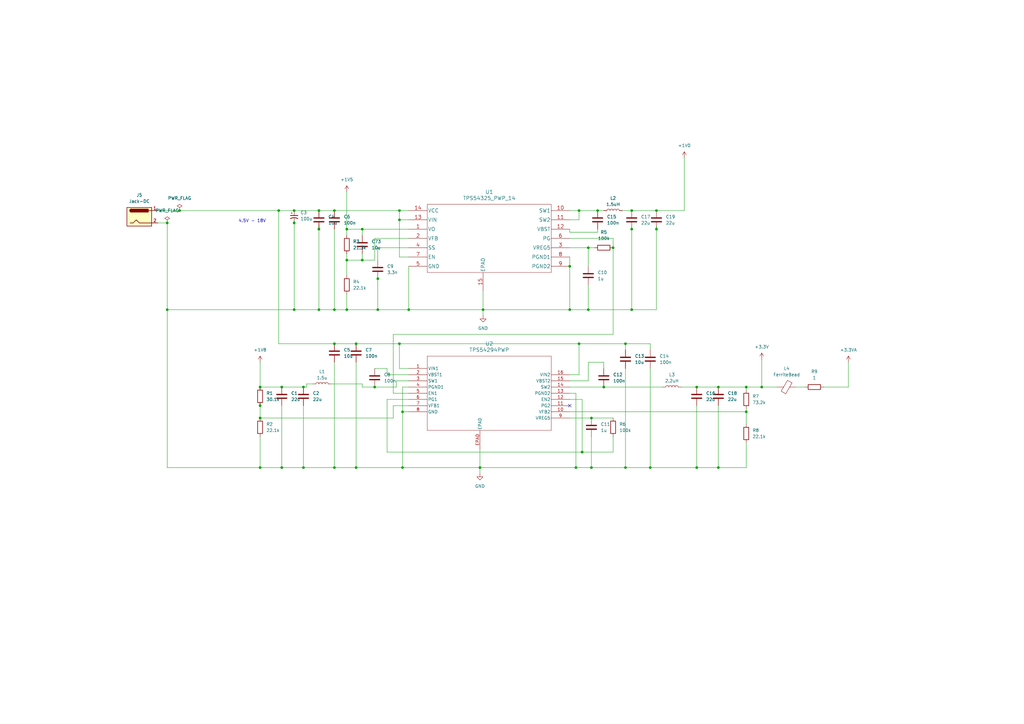
<source format=kicad_sch>
(kicad_sch (version 20230121) (generator eeschema)
  (paper "A3")
  (title_block (title "Power Supply"))
  (lib_symbols
    (symbol "2023-09-07_08-59-18:TPS54325_PWP_14" (pin_names (offset 0.254))
      (property "Reference" "U1" (at 33.02 10.16 0))
      (property "Value" "TPS54325_PWP_14" (at 33.02 7.62 0))
      (symbol "TPS54325_PWP_14_1_1"
        (polyline (pts (xy 7.62 -22.86) (xy 58.42 -22.86)) (stroke (width 0.127)))
        (polyline (pts (xy 7.62 5.08) (xy 7.62 -22.86)) (stroke (width 0.127)))
        (polyline (pts (xy 58.42 -22.86) (xy 58.42 5.08)) (stroke (width 0.127)))
        (polyline (pts (xy 58.42 5.08) (xy 7.62 5.08)) (stroke (width 0.127)))
        (pin output line (at 0 -5.08 0) (length 7.62) (name "VO") (number "1"))
        (pin unspecified line (at 66.04 2.54 180) (length 7.62) (name "SW1") (number "10"))
        (pin unspecified line (at 66.04 -1.27 180) (length 7.62) (name "SW2") (number "11"))
        (pin input line (at 66.04 -5.08 180) (length 7.62) (name "VBST") (number "12"))
        (pin input line (at 0 -1.27 0) (length 7.62) (name "VIN") (number "13"))
        (pin input line (at 0 2.54 0) (length 7.62) (name "VCC") (number "14"))
        (pin unspecified line (at 30.48 -30.48 90) (length 7.62) (name "EPAD") (number "15"))
        (pin input line (at 0 -8.89 0) (length 7.62) (name "VFB") (number "2"))
        (pin output line (at 66.04 -12.7 180) (length 7.62) (name "VREG5") (number "3"))
        (pin unspecified line (at 0 -12.7 0) (length 7.62) (name "SS") (number "4"))
        (pin power_in line (at 0 -20.32 0) (length 7.62) (name "GND") (number "5"))
        (pin output line (at 66.04 -8.89 180) (length 7.62) (name "PG") (number "6"))
        (pin input line (at 0 -16.51 0) (length 7.62) (name "EN") (number "7"))
        (pin power_in line (at 66.04 -16.51 180) (length 7.62) (name "PGND1") (number "8"))
        (pin power_in line (at 66.04 -20.32 180) (length 7.62) (name "PGND2") (number "9"))
      )
    )
    (symbol "2023-09-07_09-21-35:TPS54294PWP" (pin_names (offset 0.254))
      (property "Reference" "U2" (at 33.02 10.16 0))
      (property "Value" "TPS54294PWP" (at 33.02 7.62 0))
      (symbol "TPS54294PWP_0_1"
        (polyline (pts (xy 7.62 -25.4) (xy 58.42 -25.4)) (stroke (width 0.127)))
        (polyline (pts (xy 7.62 5.08) (xy 7.62 -25.4)) (stroke (width 0.127)))
        (polyline (pts (xy 58.42 -25.4) (xy 58.42 5.08)) (stroke (width 0.127)))
        (polyline (pts (xy 58.42 5.08) (xy 7.62 5.08)) (stroke (width 0.127)))
        (pin input line (at 0 0 0) (length 7.62) (name "VIN1") (number "1"))
        (pin input line (at 66.04 -17.78 180) (length 7.62) (name "VFB2") (number "10"))
        (pin output line (at 66.04 -15.24 180) (length 7.62) (name "PG2") (number "11"))
        (pin input line (at 66.04 -12.7 180) (length 7.62) (name "EN2") (number "12"))
        (pin bidirectional line (at 66.04 -10.16 180) (length 7.62) (name "PGND2") (number "13"))
        (pin bidirectional line (at 66.04 -7.62 180) (length 7.62) (name "SW2") (number "14"))
        (pin input line (at 66.04 -5.08 180) (length 7.62) (name "VBST2") (number "15"))
        (pin input line (at 66.04 -2.54 180) (length 7.62) (name "VIN2") (number "16"))
        (pin input line (at 0 -2.54 0) (length 7.62) (name "VBST1") (number "2"))
        (pin bidirectional line (at 0 -5.08 0) (length 7.62) (name "SW1") (number "3"))
        (pin bidirectional line (at 0 -7.62 0) (length 7.62) (name "PGND1") (number "4"))
        (pin input line (at 0 -10.16 0) (length 7.62) (name "EN1") (number "5"))
        (pin output line (at 0 -12.7 0) (length 7.62) (name "PG1") (number "6"))
        (pin input line (at 0 -15.24 0) (length 7.62) (name "VFB1") (number "7"))
        (pin bidirectional line (at 0 -17.78 0) (length 7.62) (name "GND") (number "8"))
        (pin output line (at 66.04 -20.32 180) (length 7.62) (name "VREG5") (number "9"))
        (pin unspecified line (at 29.21 -33.02 90) (length 7.62) (name "EPAD") (number "EPAD"))
      )
    )
    (symbol "Connector:Jack-DC" (pin_names (offset 1.016))
      (property "Reference" "J" (at 0 5.334 0))
      (property "Value" "Jack-DC" (at 0 -5.08 0))
      (symbol "Jack-DC_0_1"
        (rectangle (start -5.08 3.81) (end 5.08 -3.81) (stroke (width 0.254)) (fill (type background)))
        (arc (start -3.302 3.175) (mid -3.9343 2.54) (end -3.302 1.905) (stroke (width 0.254)))
        (arc (start -3.302 3.175) (mid -3.9343 2.54) (end -3.302 1.905) (stroke (width 0.254)) (fill (type outline)))
        (polyline (pts (xy 5.08 2.54) (xy 3.81 2.54)) (stroke (width 0.254)))
        (polyline (pts (xy -3.81 -2.54) (xy -2.54 -2.54) (xy -1.27 -1.27) (xy 0 -2.54) (xy 2.54 -2.54) (xy 5.08 -2.54)) (stroke (width 0.254)))
        (rectangle (start 3.683 3.175) (end -3.302 1.905) (stroke (width 0.254)) (fill (type outline)))
      )
      (symbol "Jack-DC_1_1"
        (pin passive line (at 7.62 2.54 180) (length 2.54) (name "~") (number "1"))
        (pin passive line (at 7.62 -2.54 180) (length 2.54) (name "~") (number "2"))
      )
    )
    (symbol "Device:C" (pin_numbers hide) (pin_names (offset 0.254))
      (property "Reference" "C" (at 0.635 2.54 0))
      (property "Value" "C" (at 0.635 -2.54 0))
      (symbol "C_0_1"
        (polyline (pts (xy -2.032 -0.762) (xy 2.032 -0.762)) (stroke (width 0.508)))
        (polyline (pts (xy -2.032 0.762) (xy 2.032 0.762)) (stroke (width 0.508)))
      )
      (symbol "C_1_1"
        (pin passive line (at 0 3.81 270) (length 2.794) (name "~") (number "1"))
        (pin passive line (at 0 -3.81 90) (length 2.794) (name "~") (number "2"))
      )
    )
    (symbol "Device:C_Polarized_Small_US" (pin_numbers hide) (pin_names (offset 0.254) hide)
      (property "Reference" "C" (at 0.254 1.778 0))
      (property "Value" "C_Polarized_Small_US" (at 0.254 -2.032 0))
      (symbol "C_Polarized_Small_US_0_1"
        (polyline (pts (xy -1.524 0.508) (xy 1.524 0.508)) (stroke (width 0.3048)))
        (polyline (pts (xy -1.27 1.524) (xy -0.762 1.524)))
        (polyline (pts (xy -1.016 1.27) (xy -1.016 1.778)))
        (arc (start 1.524 -0.762) (mid 0 -0.3734) (end -1.524 -0.762) (stroke (width 0.3048)))
      )
      (symbol "C_Polarized_Small_US_1_1"
        (pin passive line (at 0 2.54 270) (length 2.032) (name "~") (number "1"))
        (pin passive line (at 0 -2.54 90) (length 2.032) (name "~") (number "2"))
      )
    )
    (symbol "Device:FerriteBead" (pin_numbers hide) (pin_names (offset 0))
      (property "Reference" "FB" (at -3.81 0.635 90))
      (property "Value" "FerriteBead" (at 3.81 0 90))
      (symbol "FerriteBead_0_1"
        (polyline (pts (xy 0 -1.27) (xy 0 -1.2192)))
        (polyline (pts (xy 0 1.27) (xy 0 1.2954)))
        (polyline (pts (xy -2.7686 0.4064) (xy -1.7018 2.2606) (xy 2.7686 -0.3048) (xy 1.6764 -2.159) (xy -2.7686 0.4064)))
      )
      (symbol "FerriteBead_1_1"
        (pin passive line (at 0 3.81 270) (length 2.54) (name "~") (number "1"))
        (pin passive line (at 0 -3.81 90) (length 2.54) (name "~") (number "2"))
      )
    )
    (symbol "Device:L" (pin_numbers hide) (pin_names (offset 1.016) hide)
      (property "Reference" "L" (at -1.27 0 90))
      (property "Value" "L" (at 1.905 0 90))
      (symbol "L_0_1"
        (arc (start 0 -2.54) (mid 0.6323 -1.905) (end 0 -1.27))
        (arc (start 0 -1.27) (mid 0.6323 -0.635) (end 0 0))
        (arc (start 0 0) (mid 0.6323 0.635) (end 0 1.27))
        (arc (start 0 1.27) (mid 0.6323 1.905) (end 0 2.54))
      )
      (symbol "L_1_1"
        (pin passive line (at 0 3.81 270) (length 1.27) (name "1") (number "1"))
        (pin passive line (at 0 -3.81 90) (length 1.27) (name "2") (number "2"))
      )
    )
    (symbol "Device:R" (pin_numbers hide) (pin_names (offset 0))
      (property "Reference" "R" (at 2.032 0 90))
      (property "Value" "R" (at 0 0 90))
      (symbol "R_0_1"
        (rectangle (start -1.016 -2.54) (end 1.016 2.54) (stroke (width 0.254)))
      )
      (symbol "R_1_1"
        (pin passive line (at 0 3.81 270) (length 1.27) (name "~") (number "1"))
        (pin passive line (at 0 -3.81 90) (length 1.27) (name "~") (number "2"))
      )
    )
    (symbol "power:+1V0" (power) (pin_names (offset 0))
      (property "Value" "+1V0" (at 0 3.556 0))
      (symbol "+1V0_0_1"
        (polyline (pts (xy -0.762 1.27) (xy 0 2.54)))
        (polyline (pts (xy 0 0) (xy 0 2.54)))
        (polyline (pts (xy 0 2.54) (xy 0.762 1.27)))
      )
      (symbol "+1V0_1_1"
        (pin power_in line (at 0 0 90) (length 0) hide (name "+1V0") (number "1"))
      )
    )
    (symbol "power:+1V5" (power) (pin_names (offset 0))
      (property "Value" "+1V5" (at 0 3.556 0))
      (symbol "+1V5_0_1"
        (polyline (pts (xy -0.762 1.27) (xy 0 2.54)))
        (polyline (pts (xy 0 0) (xy 0 2.54)))
        (polyline (pts (xy 0 2.54) (xy 0.762 1.27)))
      )
      (symbol "+1V5_1_1"
        (pin power_in line (at 0 0 90) (length 0) hide (name "+1V5") (number "1"))
      )
    )
    (symbol "power:+1V8" (power) (pin_names (offset 0))
      (property "Value" "+1V8" (at 0 3.556 0))
      (symbol "+1V8_0_1"
        (polyline (pts (xy -0.762 1.27) (xy 0 2.54)))
        (polyline (pts (xy 0 0) (xy 0 2.54)))
        (polyline (pts (xy 0 2.54) (xy 0.762 1.27)))
      )
      (symbol "+1V8_1_1"
        (pin power_in line (at 0 0 90) (length 0) hide (name "+1V8") (number "1"))
      )
    )
    (symbol "power:+3.3V" (power) (pin_names (offset 0))
      (property "Value" "+3.3V" (at 0 3.556 0))
      (symbol "+3.3V_0_1"
        (polyline (pts (xy -0.762 1.27) (xy 0 2.54)))
        (polyline (pts (xy 0 0) (xy 0 2.54)))
        (polyline (pts (xy 0 2.54) (xy 0.762 1.27)))
      )
      (symbol "+3.3V_1_1"
        (pin power_in line (at 0 0 90) (length 0) hide (name "+3.3V") (number "1"))
      )
    )
    (symbol "power:+3.3VA" (power) (pin_names (offset 0))
      (property "Value" "+3.3VA" (at 0 3.556 0))
      (symbol "+3.3VA_0_1"
        (polyline (pts (xy -0.762 1.27) (xy 0 2.54)))
        (polyline (pts (xy 0 0) (xy 0 2.54)))
        (polyline (pts (xy 0 2.54) (xy 0.762 1.27)))
      )
      (symbol "+3.3VA_1_1"
        (pin power_in line (at 0 0 90) (length 0) hide (name "+3.3VA") (number "1"))
      )
    )
    (symbol "power:GND" (power) (pin_names (offset 0))
      (property "Value" "GND" (at 0 -3.81 0))
      (symbol "GND_0_1"
        (polyline (pts (xy 0 0) (xy 0 -1.27) (xy 1.27 -1.27) (xy 0 -2.54) (xy -1.27 -1.27) (xy 0 -1.27)))
      )
      (symbol "GND_1_1"
        (pin power_in line (at 0 0 270) (length 0) hide (name "GND") (number "1"))
      )
    )
    (symbol "power:PWR_FLAG" (power) (pin_numbers hide) (pin_names (offset 0) hide)
      (property "Value" "PWR_FLAG" (at 0 3.81 0))
      (symbol "PWR_FLAG_0_0"
        (pin power_out line (at 0 0 90) (length 0) (name "pwr") (number "1"))
      )
      (symbol "PWR_FLAG_0_1"
        (polyline (pts (xy 0 0) (xy 0 1.27) (xy -1.016 1.905) (xy 0 2.54) (xy 1.016 1.905) (xy 0 1.27)))
      )
    )
  )
  (junction (at 146.05 140.97))
  (junction (at 120.65 127))
  (junction (at 130.81 93.98))
  (junction (at 233.68 127))
  (junction (at 251.46 101.6))
  (junction (at 165.1 168.91))
  (junction (at 256.54 191.77))
  (junction (at 154.94 114.3))
  (junction (at 165.1 191.77))
  (junction (at 285.75 158.75))
  (junction (at 233.68 109.22))
  (junction (at 106.68 158.75))
  (junction (at 242.57 191.77))
  (junction (at 137.16 140.97))
  (junction (at 124.46 158.75))
  (junction (at 106.68 171.45))
  (junction (at 294.64 191.77))
  (junction (at 106.68 191.77))
  (junction (at 106.68 166.37))
  (junction (at 259.08 86.36))
  (junction (at 148.59 93.98))
  (junction (at 148.59 106.68))
  (junction (at 256.54 140.97))
  (junction (at 259.08 127))
  (junction (at 137.16 127))
  (junction (at 153.67 158.75))
  (junction (at 68.58 127))
  (junction (at 115.57 191.77))
  (junction (at 124.46 191.77))
  (junction (at 73.66 86.36))
  (junction (at 242.57 171.45))
  (junction (at 163.83 86.36))
  (junction (at 269.24 93.98))
  (junction (at 269.24 86.36))
  (junction (at 237.49 86.36))
  (junction (at 167.64 127))
  (junction (at 142.24 93.98))
  (junction (at 137.16 191.77))
  (junction (at 142.24 127))
  (junction (at 241.3 101.6))
  (junction (at 237.49 140.97))
  (junction (at 247.65 158.75))
  (junction (at 130.81 86.36))
  (junction (at 154.94 127))
  (junction (at 163.83 140.97))
  (junction (at 294.64 158.75))
  (junction (at 306.07 168.91))
  (junction (at 120.65 86.36))
  (junction (at 142.24 106.68))
  (junction (at 306.07 158.75))
  (junction (at 236.22 191.77))
  (junction (at 115.57 158.75))
  (junction (at 196.85 191.77))
  (junction (at 137.16 86.36))
  (junction (at 241.3 127))
  (junction (at 114.3 86.36))
  (junction (at 312.42 158.75))
  (junction (at 146.05 191.77))
  (junction (at 266.7 191.77))
  (junction (at 120.65 91.44))
  (junction (at 285.75 191.77))
  (junction (at 163.83 90.17))
  (junction (at 245.11 86.36))
  (junction (at 259.08 93.98))
  (junction (at 238.76 185.42))
  (junction (at 130.81 127))
  (junction (at 68.58 91.44))
  (junction (at 198.12 127))
  (no_connect (at 233.68 166.37))
  (wire (pts (xy 137.16 93.98) (xy 137.16 127)))
  (wire (pts (xy 161.29 161.29) (xy 167.64 161.29)))
  (wire (pts (xy 120.65 91.44) (xy 120.65 127)))
  (wire (pts (xy 146.05 191.77) (xy 165.1 191.77)))
  (wire (pts (xy 241.3 101.6) (xy 243.84 101.6)))
  (wire (pts (xy 294.64 191.77) (xy 306.07 191.77)))
  (wire (pts (xy 241.3 116.84) (xy 241.3 127)))
  (wire (pts (xy 241.3 156.21) (xy 241.3 148.59)))
  (wire (pts (xy 167.64 163.83) (xy 158.75 163.83)))
  (wire (pts (xy 269.24 93.98) (xy 269.24 127)))
  (wire (pts (xy 238.76 185.42) (xy 238.76 163.83)))
  (wire (pts (xy 106.68 148.59) (xy 106.68 158.75)))
  (wire (pts (xy 312.42 147.32) (xy 312.42 158.75)))
  (wire (pts (xy 167.64 151.13) (xy 163.83 151.13)))
  (wire (pts (xy 158.75 153.67) (xy 167.64 153.67)))
  (wire (pts (xy 241.3 101.6) (xy 241.3 109.22)))
  (wire (pts (xy 154.94 113.03) (xy 154.94 114.3)))
  (wire (pts (xy 233.68 163.83) (xy 238.76 163.83)))
  (wire (pts (xy 130.81 86.36) (xy 137.16 86.36)))
  (wire (pts (xy 163.83 140.97) (xy 237.49 140.97)))
  (wire (pts (xy 312.42 158.75) (xy 318.77 158.75)))
  (wire (pts (xy 280.67 64.77) (xy 280.67 86.36)))
  (wire (pts (xy 64.77 86.36) (xy 73.66 86.36)))
  (wire (pts (xy 154.94 101.6) (xy 154.94 106.68)))
  (wire (pts (xy 306.07 158.75) (xy 306.07 160.02)))
  (wire (pts (xy 237.49 86.36) (xy 245.11 86.36)))
  (wire (pts (xy 120.65 86.36) (xy 130.81 86.36)))
  (wire (pts (xy 256.54 191.77) (xy 242.57 191.77)))
  (wire (pts (xy 196.85 194.31) (xy 196.85 191.77)))
  (wire (pts (xy 167.64 158.75) (xy 165.1 158.75)))
  (wire (pts (xy 106.68 171.45) (xy 161.29 171.45)))
  (wire (pts (xy 68.58 127) (xy 120.65 127)))
  (wire (pts (xy 259.08 127) (xy 269.24 127)))
  (wire (pts (xy 73.66 86.36) (xy 114.3 86.36)))
  (wire (pts (xy 167.64 109.22) (xy 167.64 127)))
  (wire (pts (xy 163.83 90.17) (xy 163.83 105.41)))
  (wire (pts (xy 233.68 161.29) (xy 236.22 161.29)))
  (wire (pts (xy 269.24 86.36) (xy 259.08 86.36)))
  (wire (pts (xy 237.49 140.97) (xy 237.49 153.67)))
  (wire (pts (xy 125.73 157.48) (xy 125.73 158.75)))
  (wire (pts (xy 233.68 153.67) (xy 237.49 153.67)))
  (wire (pts (xy 266.7 191.77) (xy 285.75 191.77)))
  (wire (pts (xy 153.67 158.75) (xy 148.59 158.75)))
  (wire (pts (xy 165.1 168.91) (xy 167.64 168.91)))
  (wire (pts (xy 251.46 97.79) (xy 251.46 101.6)))
  (wire (pts (xy 128.27 157.48) (xy 125.73 157.48)))
  (wire (pts (xy 165.1 191.77) (xy 196.85 191.77)))
  (wire (pts (xy 153.67 97.79) (xy 153.67 106.68)))
  (wire (pts (xy 163.83 86.36) (xy 167.64 86.36)))
  (wire (pts (xy 233.68 93.98) (xy 233.68 95.25)))
  (wire (pts (xy 162.56 156.21) (xy 162.56 158.75)))
  (wire (pts (xy 153.67 151.13) (xy 158.75 151.13)))
  (wire (pts (xy 163.83 140.97) (xy 163.83 151.13)))
  (wire (pts (xy 233.68 156.21) (xy 241.3 156.21)))
  (wire (pts (xy 242.57 179.07) (xy 242.57 191.77)))
  (wire (pts (xy 142.24 127) (xy 154.94 127)))
  (wire (pts (xy 130.81 92.71) (xy 130.81 93.98)))
  (wire (pts (xy 158.75 151.13) (xy 158.75 153.67)))
  (wire (pts (xy 233.68 105.41) (xy 233.68 109.22)))
  (wire (pts (xy 106.68 158.75) (xy 115.57 158.75)))
  (wire (pts (xy 64.77 91.44) (xy 68.58 91.44)))
  (wire (pts (xy 337.82 158.75) (xy 347.98 158.75)))
  (wire (pts (xy 233.68 171.45) (xy 242.57 171.45)))
  (wire (pts (xy 146.05 148.59) (xy 146.05 191.77)))
  (wire (pts (xy 266.7 140.97) (xy 266.7 143.51)))
  (wire (pts (xy 124.46 166.37) (xy 124.46 191.77)))
  (wire (pts (xy 233.68 97.79) (xy 251.46 97.79)))
  (wire (pts (xy 294.64 166.37) (xy 294.64 191.77)))
  (wire (pts (xy 326.39 158.75) (xy 330.2 158.75)))
  (wire (pts (xy 148.59 106.68) (xy 153.67 106.68)))
  (wire (pts (xy 114.3 140.97) (xy 137.16 140.97)))
  (wire (pts (xy 256.54 151.13) (xy 256.54 191.77)))
  (wire (pts (xy 115.57 191.77) (xy 124.46 191.77)))
  (wire (pts (xy 259.08 92.71) (xy 259.08 93.98)))
  (wire (pts (xy 124.46 191.77) (xy 137.16 191.77)))
  (wire (pts (xy 68.58 127) (xy 68.58 191.77)))
  (wire (pts (xy 233.68 168.91) (xy 306.07 168.91)))
  (wire (pts (xy 161.29 137.16) (xy 161.29 161.29)))
  (wire (pts (xy 167.64 101.6) (xy 154.94 101.6)))
  (wire (pts (xy 167.64 156.21) (xy 162.56 156.21)))
  (wire (pts (xy 237.49 140.97) (xy 256.54 140.97)))
  (wire (pts (xy 256.54 140.97) (xy 266.7 140.97)))
  (wire (pts (xy 251.46 179.07) (xy 251.46 185.42)))
  (wire (pts (xy 154.94 114.3) (xy 154.94 127)))
  (wire (pts (xy 269.24 86.36) (xy 280.67 86.36)))
  (wire (pts (xy 137.16 140.97) (xy 146.05 140.97)))
  (wire (pts (xy 285.75 158.75) (xy 294.64 158.75)))
  (wire (pts (xy 106.68 179.07) (xy 106.68 191.77)))
  (wire (pts (xy 167.64 105.41) (xy 163.83 105.41)))
  (wire (pts (xy 251.46 137.16) (xy 161.29 137.16)))
  (wire (pts (xy 279.4 158.75) (xy 285.75 158.75)))
  (wire (pts (xy 255.27 86.36) (xy 259.08 86.36)))
  (wire (pts (xy 115.57 158.75) (xy 124.46 158.75)))
  (wire (pts (xy 142.24 93.98) (xy 148.59 93.98)))
  (wire (pts (xy 238.76 185.42) (xy 251.46 185.42)))
  (wire (pts (xy 148.59 104.14) (xy 148.59 106.68)))
  (wire (pts (xy 148.59 157.48) (xy 135.89 157.48)))
  (wire (pts (xy 68.58 191.77) (xy 106.68 191.77)))
  (wire (pts (xy 306.07 167.64) (xy 306.07 168.91)))
  (wire (pts (xy 167.64 166.37) (xy 161.29 166.37)))
  (wire (pts (xy 137.16 191.77) (xy 146.05 191.77)))
  (wire (pts (xy 237.49 86.36) (xy 237.49 90.17)))
  (wire (pts (xy 163.83 90.17) (xy 163.83 86.36)))
  (wire (pts (xy 247.65 148.59) (xy 247.65 151.13)))
  (wire (pts (xy 347.98 148.59) (xy 347.98 158.75)))
  (wire (pts (xy 294.64 158.75) (xy 306.07 158.75)))
  (wire (pts (xy 158.75 185.42) (xy 238.76 185.42)))
  (wire (pts (xy 256.54 191.77) (xy 266.7 191.77)))
  (wire (pts (xy 106.68 166.37) (xy 106.68 171.45)))
  (wire (pts (xy 106.68 165.1) (xy 106.68 166.37)))
  (wire (pts (xy 241.3 127) (xy 259.08 127)))
  (wire (pts (xy 259.08 93.98) (xy 259.08 127)))
  (wire (pts (xy 120.65 127) (xy 130.81 127)))
  (wire (pts (xy 233.68 109.22) (xy 233.68 127)))
  (wire (pts (xy 233.68 90.17) (xy 237.49 90.17)))
  (wire (pts (xy 130.81 127) (xy 137.16 127)))
  (wire (pts (xy 237.49 86.36) (xy 233.68 86.36)))
  (wire (pts (xy 306.07 191.77) (xy 306.07 181.61)))
  (wire (pts (xy 114.3 86.36) (xy 114.3 140.97)))
  (wire (pts (xy 306.07 158.75) (xy 312.42 158.75)))
  (wire (pts (xy 245.11 86.36) (xy 247.65 86.36)))
  (wire (pts (xy 142.24 104.14) (xy 142.24 106.68)))
  (wire (pts (xy 146.05 140.97) (xy 163.83 140.97)))
  (wire (pts (xy 242.57 171.45) (xy 251.46 171.45)))
  (wire (pts (xy 142.24 106.68) (xy 142.24 113.03)))
  (wire (pts (xy 148.59 93.98) (xy 167.64 93.98)))
  (wire (pts (xy 198.12 127) (xy 233.68 127)))
  (wire (pts (xy 148.59 158.75) (xy 148.59 157.48)))
  (wire (pts (xy 285.75 166.37) (xy 285.75 191.77)))
  (wire (pts (xy 154.94 127) (xy 167.64 127)))
  (wire (pts (xy 256.54 140.97) (xy 256.54 143.51)))
  (wire (pts (xy 198.12 129.54) (xy 198.12 127)))
  (wire (pts (xy 167.64 97.79) (xy 153.67 97.79)))
  (wire (pts (xy 165.1 168.91) (xy 165.1 191.77)))
  (wire (pts (xy 137.16 127) (xy 142.24 127)))
  (wire (pts (xy 236.22 191.77) (xy 196.85 191.77)))
  (wire (pts (xy 68.58 91.44) (xy 68.58 127)))
  (wire (pts (xy 233.68 158.75) (xy 247.65 158.75)))
  (wire (pts (xy 233.68 95.25) (xy 245.11 95.25)))
  (wire (pts (xy 161.29 166.37) (xy 161.29 171.45)))
  (wire (pts (xy 142.24 106.68) (xy 148.59 106.68)))
  (wire (pts (xy 269.24 92.71) (xy 269.24 93.98)))
  (wire (pts (xy 114.3 86.36) (xy 120.65 86.36)))
  (wire (pts (xy 242.57 191.77) (xy 236.22 191.77)))
  (wire (pts (xy 245.11 93.98) (xy 245.11 95.25)))
  (wire (pts (xy 120.65 90.17) (xy 120.65 91.44)))
  (wire (pts (xy 285.75 191.77) (xy 294.64 191.77)))
  (wire (pts (xy 236.22 161.29) (xy 236.22 191.77)))
  (wire (pts (xy 137.16 86.36) (xy 163.83 86.36)))
  (wire (pts (xy 266.7 151.13) (xy 266.7 191.77)))
  (wire (pts (xy 142.24 120.65) (xy 142.24 127)))
  (wire (pts (xy 130.81 93.98) (xy 130.81 127)))
  (wire (pts (xy 148.59 93.98) (xy 148.59 96.52)))
  (wire (pts (xy 165.1 158.75) (xy 165.1 168.91)))
  (wire (pts (xy 153.67 158.75) (xy 162.56 158.75)))
  (wire (pts (xy 115.57 166.37) (xy 115.57 191.77)))
  (wire (pts (xy 158.75 163.83) (xy 158.75 185.42)))
  (wire (pts (xy 167.64 127) (xy 198.12 127)))
  (wire (pts (xy 196.85 184.15) (xy 196.85 191.77)))
  (wire (pts (xy 163.83 90.17) (xy 167.64 90.17)))
  (wire (pts (xy 142.24 93.98) (xy 142.24 96.52)))
  (wire (pts (xy 198.12 119.38) (xy 198.12 127)))
  (wire (pts (xy 241.3 148.59) (xy 247.65 148.59)))
  (wire (pts (xy 106.68 191.77) (xy 115.57 191.77)))
  (wire (pts (xy 142.24 78.74) (xy 142.24 93.98)))
  (wire (pts (xy 233.68 101.6) (xy 241.3 101.6)))
  (wire (pts (xy 247.65 158.75) (xy 271.78 158.75)))
  (wire (pts (xy 124.46 158.75) (xy 125.73 158.75)))
  (wire (pts (xy 137.16 148.59) (xy 137.16 191.77)))
  (wire (pts (xy 251.46 101.6) (xy 251.46 137.16)))
  (wire (pts (xy 306.07 168.91) (xy 306.07 173.99)))
  (wire (pts (xy 233.68 127) (xy 241.3 127)))
  (text "4.5V - 18V" (at 97.79 91.44 0) (effects (font (size 1.27 1.27)) (justify left bottom)))
  (symbol (lib_id "Device:R") (at 142.24 100.33 0) (unit 1)
    (property "Reference" "R3" (at 144.78 99.06 0) (effects (justify left)))
    (property "Value" "21.3k" (at 144.78 101.6 0) (effects (justify left)))
    (property "Footprint" "Resistor_SMD:R_0805_2012Metric_Pad1.20x1.40mm_HandSolder" (effects hide))
  )
  (symbol (lib_id "2023-09-07_08-59-18:TPS54325_PWP_14") (at 167.64 88.9 0) (unit 1)
    (property "Reference" "U1" (at 200.66 78.74 0) (effects (font (size 1.524 1.524))))
    (property "Value" "TPS54325_PWP_14" (at 200.66 81.28 0) (effects (font (size 1.524 1.524))))
    (property "Footprint" "PWP14_2P31X2P46" (effects hide))
  )
  (symbol (lib_id "Device:C") (at 245.11 90.17 0) (unit 1)
    (property "Reference" "C15" (at 248.92 88.9 0) (effects (justify left)))
    (property "Value" "100n" (at 248.92 91.44 0) (effects (justify left)))
  )
  (symbol (lib_id "Device:C") (at 285.75 162.56 0) (unit 1)
    (property "Reference" "C16" (at 289.56 161.29 0) (effects (justify left)))
    (property "Value" "22u" (at 289.56 163.83 0) (effects (justify left)))
  )
  (symbol (lib_id "Device:C_Polarized_Small_US") (at 120.65 88.9 0) (unit 1)
    (property "Reference" "C3" (at 123.19 87.1982 0) (effects (justify left)))
    (property "Value" "100u" (at 123.19 89.7382 0) (effects (justify left)))
  )
  (symbol (lib_id "Device:C") (at 241.3 113.03 0) (unit 1)
    (property "Reference" "C10" (at 245.11 111.76 0) (effects (justify left)))
    (property "Value" "1u" (at 245.11 114.3 0) (effects (justify left)))
  )
  (symbol (lib_id "Device:R") (at 306.07 163.83 0) (unit 1)
    (property "Reference" "R7" (at 308.61 162.56 0) (effects (justify left)))
    (property "Value" "73.2k" (at 308.61 165.1 0) (effects (justify left)))
  )
  (symbol (lib_id "Device:C") (at 124.46 162.56 0) (unit 1)
    (property "Reference" "C2" (at 128.27 161.29 0) (effects (justify left)))
    (property "Value" "22u" (at 128.27 163.83 0) (effects (justify left)))
  )
  (symbol (lib_id "power:+3.3V") (at 312.42 147.32 0) (unit 1)
    (property "Reference" "#PWR06" (effects hide))
    (property "Value" "+3.3V" (at 312.42 142.24 0))
  )
  (symbol (lib_id "power:GND") (at 196.85 194.31 0) (unit 1)
    (property "Reference" "#PWR04" (effects hide))
    (property "Value" "GND" (at 196.85 199.39 0))
  )
  (symbol (lib_id "Device:L") (at 132.08 157.48 90) (unit 1)
    (property "Reference" "L1" (at 132.08 152.4 90))
    (property "Value" "1.5u" (at 132.08 154.94 90))
  )
  (symbol (lib_id "Device:R") (at 106.68 162.56 0) (unit 1)
    (property "Reference" "R1" (at 109.22 161.29 0) (effects (justify left)))
    (property "Value" "30.1k" (at 109.22 163.83 0) (effects (justify left)))
  )
  (symbol (lib_id "Device:C") (at 146.05 144.78 0) (unit 1)
    (property "Reference" "C7" (at 149.86 143.51 0) (effects (justify left)))
    (property "Value" "100n" (at 149.86 146.05 0) (effects (justify left)))
  )
  (symbol (lib_id "Device:C") (at 137.16 144.78 0) (unit 1)
    (property "Reference" "C5" (at 140.97 143.51 0) (effects (justify left)))
    (property "Value" "10u" (at 140.97 146.05 0) (effects (justify left)))
  )
  (symbol (lib_id "Device:R") (at 334.01 158.75 270) (unit 1)
    (property "Reference" "R9" (at 334.01 152.4 90))
    (property "Value" "1" (at 334.01 154.94 90))
  )
  (symbol (lib_id "Device:C") (at 294.64 162.56 0) (unit 1)
    (property "Reference" "C18" (at 298.45 161.29 0) (effects (justify left)))
    (property "Value" "22u" (at 298.45 163.83 0) (effects (justify left)))
  )
  (symbol (lib_id "power:+3.3VA") (at 347.98 148.59 0) (unit 1)
    (property "Reference" "#PWR01" (effects hide))
    (property "Value" "+3.3VA" (at 347.98 143.51 0))
  )
  (symbol (lib_id "Device:C") (at 154.94 110.49 0) (unit 1)
    (property "Reference" "C9" (at 158.75 109.22 0) (effects (justify left)))
    (property "Value" "3.3n" (at 158.75 111.76 0) (effects (justify left)))
    (property "Footprint" "Capacitor_SMD:C_0805_2012Metric_Pad1.18x1.45mm_HandSolder" (effects hide))
  )
  (symbol (lib_id "Connector:Jack-DC") (at 57.15 88.9 0) (unit 1)
    (property "Reference" "J5" (at 57.15 80.01 0))
    (property "Value" "Jack-DC" (at 57.15 82.55 0))
  )
  (symbol (lib_id "Device:R") (at 306.07 177.8 0) (unit 1)
    (property "Reference" "R8" (at 308.61 176.53 0) (effects (justify left)))
    (property "Value" "22.1k" (at 308.61 179.07 0) (effects (justify left)))
  )
  (symbol (lib_id "Device:C") (at 153.67 154.94 0) (unit 1)
    (property "Reference" "C8" (at 157.48 153.67 0) (effects (justify left)))
    (property "Value" "100n" (at 157.48 156.21 0) (effects (justify left)))
  )
  (symbol (lib_id "Device:C") (at 266.7 147.32 0) (unit 1)
    (property "Reference" "C14" (at 270.51 146.05 0) (effects (justify left)))
    (property "Value" "100n" (at 270.51 148.59 0) (effects (justify left)))
  )
  (symbol (lib_id "Device:FerriteBead") (at 322.58 158.75 270) (unit 1)
    (property "Reference" "L4" (at 322.6308 151.13 90))
    (property "Value" "FerriteBead" (at 322.6308 153.67 90))
  )
  (symbol (lib_id "Device:C") (at 130.81 90.17 0) (unit 1)
    (property "Reference" "C4" (at 134.62 88.9 0) (effects (justify left)))
    (property "Value" "10u" (at 134.62 91.44 0) (effects (justify left)))
  )
  (symbol (lib_id "power:+1V0") (at 280.67 64.77 0) (unit 1)
    (property "Reference" "#PWR02" (effects hide))
    (property "Value" "+1V0" (at 280.67 59.69 0))
  )
  (symbol (lib_id "Device:R") (at 142.24 116.84 0) (unit 1)
    (property "Reference" "R4" (at 144.78 115.57 0) (effects (justify left)))
    (property "Value" "22.1k" (at 144.78 118.11 0) (effects (justify left)))
  )
  (symbol (lib_id "Device:L") (at 251.46 86.36 90) (unit 1)
    (property "Reference" "L2" (at 251.46 81.28 90))
    (property "Value" "1.5uH" (at 251.46 83.82 90))
  )
  (symbol (lib_id "Device:C") (at 148.59 100.33 0) (unit 1)
    (property "Reference" "C73" (at 152.4 99.06 0) (effects (justify left)))
    (property "Value" "10u" (at 152.4 101.6 0) (effects (justify left)))
  )
  (symbol (lib_id "Device:C") (at 247.65 154.94 0) (unit 1)
    (property "Reference" "C12" (at 251.46 153.67 0) (effects (justify left)))
    (property "Value" "100n" (at 251.46 156.21 0) (effects (justify left)))
  )
  (symbol (lib_id "power:PWR_FLAG") (at 68.58 91.44 0) (unit 1)
    (property "Reference" "#FLG02" (effects hide))
    (property "Value" "PWR_FLAG" (at 68.58 86.36 0))
  )
  (symbol (lib_id "Device:C") (at 137.16 90.17 0) (unit 1)
    (property "Reference" "C6" (at 140.97 88.9 0) (effects (justify left)))
    (property "Value" "100n" (at 140.97 91.44 0) (effects (justify left)))
  )
  (symbol (lib_id "power:GND") (at 198.12 129.54 0) (unit 1)
    (property "Reference" "#PWR05" (effects hide))
    (property "Value" "GND" (at 198.12 134.62 0))
  )
  (symbol (lib_id "Device:R") (at 106.68 175.26 0) (unit 1)
    (property "Reference" "R2" (at 109.22 173.99 0) (effects (justify left)))
    (property "Value" "22.1k" (at 109.22 176.53 0) (effects (justify left)))
  )
  (symbol (lib_id "power:+1V5") (at 142.24 78.74 0) (unit 1)
    (property "Reference" "#PWR065" (effects hide))
    (property "Value" "+1V5" (at 142.24 73.66 0))
  )
  (symbol (lib_id "Device:C") (at 269.24 90.17 0) (unit 1)
    (property "Reference" "C19" (at 273.05 88.9 0) (effects (justify left)))
    (property "Value" "22u" (at 273.05 91.44 0) (effects (justify left)))
  )
  (symbol (lib_id "Device:L") (at 275.59 158.75 90) (unit 1)
    (property "Reference" "L3" (at 275.59 153.67 90))
    (property "Value" "2.2uH" (at 275.59 156.21 90))
  )
  (symbol (lib_id "Device:C") (at 115.57 162.56 0) (unit 1)
    (property "Reference" "C1" (at 119.38 161.29 0) (effects (justify left)))
    (property "Value" "22u" (at 119.38 163.83 0) (effects (justify left)))
  )
  (symbol (lib_id "2023-09-07_09-21-35:TPS54294PWP") (at 167.64 151.13 0) (unit 1)
    (property "Reference" "U2" (at 200.66 140.97 0) (effects (font (size 1.524 1.524))))
    (property "Value" "TPS54294PWP" (at 200.66 143.51 0) (effects (font (size 1.524 1.524))))
    (property "Footprint" "PWP16_2P31X2P46" (effects hide))
    (property "Datasheet" "TPS54294PWP" (effects hide))
  )
  (symbol (lib_id "Device:C") (at 256.54 147.32 0) (unit 1)
    (property "Reference" "C13" (at 260.35 146.05 0) (effects (justify left)))
    (property "Value" "10u" (at 260.35 148.59 0) (effects (justify left)))
  )
  (symbol (lib_id "Device:R") (at 247.65 101.6 270) (unit 1)
    (property "Reference" "R5" (at 247.65 95.25 90))
    (property "Value" "100k" (at 247.65 97.79 90))
  )
  (symbol (lib_id "Device:C") (at 242.57 175.26 0) (unit 1)
    (property "Reference" "C11" (at 246.38 173.99 0) (effects (justify left)))
    (property "Value" "1u" (at 246.38 176.53 0) (effects (justify left)))
  )
  (symbol (lib_id "Device:C") (at 259.08 90.17 0) (unit 1)
    (property "Reference" "C17" (at 262.89 88.9 0) (effects (justify left)))
    (property "Value" "22u" (at 262.89 91.44 0) (effects (justify left)))
  )
  (symbol (lib_id "Device:R") (at 251.46 175.26 0) (unit 1)
    (property "Reference" "R6" (at 254 173.99 0) (effects (justify left)))
    (property "Value" "100k" (at 254 176.53 0) (effects (justify left)))
  )
  (symbol (lib_id "power:PWR_FLAG") (at 73.66 86.36 0) (unit 1)
    (property "Reference" "#FLG01" (effects hide))
    (property "Value" "PWR_FLAG" (at 73.66 81.28 0))
  )
  (symbol (lib_id "power:+1V8") (at 106.68 148.59 0) (unit 1)
    (property "Reference" "#PWR03" (effects hide))
    (property "Value" "+1V8" (at 106.68 143.51 0))
  )
)
</source>
